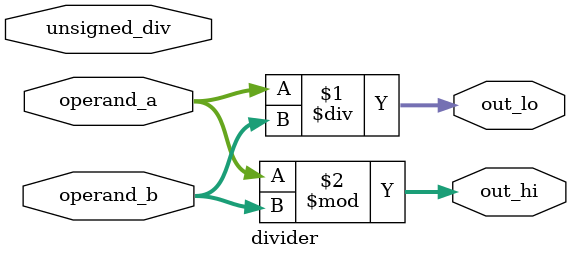
<source format=sv>
module divider (
    // input clk,rst_n,
    input [31:0] operand_a,operand_b,
    input logic unsigned_div,
    output [31:0] out_hi,out_lo
);
    assign out_lo = operand_a / operand_b;
    assign out_hi = operand_a % operand_b;
endmodule
</source>
